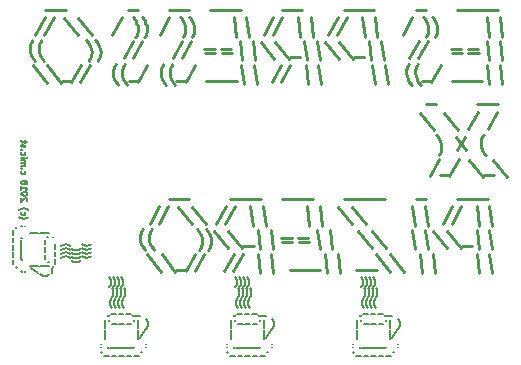
<source format=gbr>
G04 #@! TF.FileFunction,Legend,Bot*
%FSLAX46Y46*%
G04 Gerber Fmt 4.6, Leading zero omitted, Abs format (unit mm)*
G04 Created by KiCad (PCBNEW 4.0.7) date 10/27/18 14:09:12*
%MOMM*%
%LPD*%
G01*
G04 APERTURE LIST*
%ADD10C,0.100000*%
%ADD11C,0.127000*%
%ADD12C,0.285750*%
G04 APERTURE END LIST*
D10*
D11*
X130704167Y-135926281D02*
X130728357Y-135950471D01*
X130800929Y-135998852D01*
X130849310Y-136023043D01*
X130921881Y-136047233D01*
X131042833Y-136071424D01*
X131139595Y-136071424D01*
X131260548Y-136047233D01*
X131333119Y-136023043D01*
X131381500Y-135998852D01*
X131454071Y-135950471D01*
X131478262Y-135926281D01*
X130704167Y-135587614D02*
X130728357Y-135611804D01*
X130800929Y-135660185D01*
X130849310Y-135684376D01*
X130921881Y-135708566D01*
X131042833Y-135732757D01*
X131139595Y-135732757D01*
X131260548Y-135708566D01*
X131333119Y-135684376D01*
X131381500Y-135660185D01*
X131454071Y-135611804D01*
X131478262Y-135587614D01*
X130704167Y-135248947D02*
X130728357Y-135273137D01*
X130800929Y-135321518D01*
X130849310Y-135345709D01*
X130921881Y-135369899D01*
X131042833Y-135394090D01*
X131139595Y-135394090D01*
X131260548Y-135369899D01*
X131333119Y-135345709D01*
X131381500Y-135321518D01*
X131454071Y-135273137D01*
X131478262Y-135248947D01*
X130704167Y-134910280D02*
X130728357Y-134934470D01*
X130800929Y-134982851D01*
X130849310Y-135007042D01*
X130921881Y-135031232D01*
X131042833Y-135055423D01*
X131139595Y-135055423D01*
X131260548Y-135031232D01*
X131333119Y-135007042D01*
X131381500Y-134982851D01*
X131454071Y-134934470D01*
X131478262Y-134910280D01*
X129815167Y-136313329D02*
X129839357Y-136337519D01*
X129911929Y-136385900D01*
X129960310Y-136410091D01*
X130032881Y-136434281D01*
X130153833Y-136458472D01*
X130250595Y-136458472D01*
X130371548Y-136434281D01*
X130444119Y-136410091D01*
X130492500Y-136385900D01*
X130565071Y-136337519D01*
X130589262Y-136313329D01*
X129815167Y-135974662D02*
X129839357Y-135998852D01*
X129911929Y-136047233D01*
X129960310Y-136071424D01*
X130032881Y-136095614D01*
X130153833Y-136119805D01*
X130250595Y-136119805D01*
X130371548Y-136095614D01*
X130444119Y-136071424D01*
X130492500Y-136047233D01*
X130565071Y-135998852D01*
X130589262Y-135974662D01*
X129815167Y-135635995D02*
X129839357Y-135660185D01*
X129911929Y-135708566D01*
X129960310Y-135732757D01*
X130032881Y-135756947D01*
X130153833Y-135781138D01*
X130250595Y-135781138D01*
X130371548Y-135756947D01*
X130444119Y-135732757D01*
X130492500Y-135708566D01*
X130565071Y-135660185D01*
X130589262Y-135635995D01*
X129815167Y-135297328D02*
X129839357Y-135321518D01*
X129911929Y-135369899D01*
X129960310Y-135394090D01*
X130032881Y-135418280D01*
X130153833Y-135442471D01*
X130250595Y-135442471D01*
X130371548Y-135418280D01*
X130444119Y-135394090D01*
X130492500Y-135369899D01*
X130565071Y-135321518D01*
X130589262Y-135297328D01*
X128926167Y-136119805D02*
X128950357Y-136095614D01*
X129022929Y-136047233D01*
X129071310Y-136023043D01*
X129143881Y-135998852D01*
X129264833Y-135974662D01*
X129361595Y-135974662D01*
X129482548Y-135998852D01*
X129555119Y-136023043D01*
X129603500Y-136047233D01*
X129676071Y-136095614D01*
X129700262Y-136119805D01*
X128926167Y-135781138D02*
X128950357Y-135756947D01*
X129022929Y-135708566D01*
X129071310Y-135684376D01*
X129143881Y-135660185D01*
X129264833Y-135635995D01*
X129361595Y-135635995D01*
X129482548Y-135660185D01*
X129555119Y-135684376D01*
X129603500Y-135708566D01*
X129676071Y-135756947D01*
X129700262Y-135781138D01*
X128926167Y-135442471D02*
X128950357Y-135418280D01*
X129022929Y-135369899D01*
X129071310Y-135345709D01*
X129143881Y-135321518D01*
X129264833Y-135297328D01*
X129361595Y-135297328D01*
X129482548Y-135321518D01*
X129555119Y-135345709D01*
X129603500Y-135369899D01*
X129676071Y-135418280D01*
X129700262Y-135442471D01*
X128926167Y-135103804D02*
X128950357Y-135079613D01*
X129022929Y-135031232D01*
X129071310Y-135007042D01*
X129143881Y-134982851D01*
X129264833Y-134958661D01*
X129361595Y-134958661D01*
X129482548Y-134982851D01*
X129555119Y-135007042D01*
X129603500Y-135031232D01*
X129676071Y-135079613D01*
X129700262Y-135103804D01*
X128182310Y-137353520D02*
X128182310Y-136966472D01*
X128279071Y-136845520D02*
X128254881Y-136821329D01*
X128230690Y-136845520D01*
X128254881Y-136869710D01*
X128279071Y-136845520D01*
X128230690Y-136845520D01*
X128424214Y-136603615D02*
X128424214Y-136216567D01*
X128424214Y-135974663D02*
X128424214Y-135587615D01*
X128424214Y-135345711D02*
X128424214Y-134958663D01*
X128279071Y-134329711D02*
X128254881Y-134305520D01*
X128230690Y-134329711D01*
X128254881Y-134353901D01*
X128279071Y-134329711D01*
X128230690Y-134329711D01*
X127148167Y-137474473D02*
X127172357Y-137498663D01*
X127244929Y-137547044D01*
X127293310Y-137571235D01*
X127365881Y-137595425D01*
X127486833Y-137619616D01*
X127583595Y-137619616D01*
X127704548Y-137595425D01*
X127777119Y-137571235D01*
X127825500Y-137547044D01*
X127898071Y-137498663D01*
X127922262Y-137474473D01*
X127172357Y-136772948D02*
X127898071Y-136772948D01*
X127873881Y-136482662D02*
X127801310Y-136410091D01*
X127535214Y-136216567D02*
X127535214Y-135829519D01*
X127535214Y-135587615D02*
X127535214Y-135200567D01*
X127535214Y-134958663D02*
X127535214Y-134571615D01*
X127849690Y-134305520D02*
X127752929Y-134353901D01*
X127172357Y-133966853D02*
X127898071Y-133966853D01*
X127009071Y-137401901D02*
X126355929Y-136966472D01*
X126283357Y-136772948D02*
X127009071Y-136772948D01*
X126283357Y-133966850D02*
X127009071Y-133966850D01*
X125612071Y-137232568D02*
X125587881Y-137208377D01*
X125563690Y-137232568D01*
X125587881Y-137256758D01*
X125612071Y-137232568D01*
X125563690Y-137232568D01*
X125878167Y-137232568D02*
X125853976Y-137208377D01*
X125829786Y-137232568D01*
X125853976Y-137256758D01*
X125878167Y-137232568D01*
X125829786Y-137232568D01*
X125612071Y-136216567D02*
X125587881Y-136192376D01*
X125563690Y-136216567D01*
X125587881Y-136240757D01*
X125612071Y-136216567D01*
X125563690Y-136216567D01*
X125515310Y-136095614D02*
X125515310Y-135708566D01*
X125515310Y-135708566D02*
X125515310Y-135321518D01*
X125515310Y-135321518D02*
X125515310Y-134934470D01*
X125515310Y-134934470D02*
X125515310Y-134547422D01*
X125587881Y-134402279D02*
X125563690Y-134402279D01*
X125515310Y-134426470D01*
X125491119Y-134450660D01*
X125612071Y-133410469D02*
X125587881Y-133386278D01*
X125563690Y-133410469D01*
X125587881Y-133434659D01*
X125612071Y-133410469D01*
X125563690Y-133410469D01*
X125878167Y-133410469D02*
X125853976Y-133386278D01*
X125829786Y-133410469D01*
X125853976Y-133434659D01*
X125878167Y-133410469D01*
X125829786Y-133410469D01*
X125370167Y-132636373D02*
X125394357Y-132660563D01*
X125466929Y-132708944D01*
X125515310Y-132733135D01*
X125587881Y-132757325D01*
X125708833Y-132781516D01*
X125805595Y-132781516D01*
X125926548Y-132757325D01*
X125999119Y-132733135D01*
X126047500Y-132708944D01*
X126120071Y-132660563D01*
X126144262Y-132636373D01*
X125587881Y-132225134D02*
X125563690Y-132273515D01*
X125563690Y-132370277D01*
X125587881Y-132418658D01*
X125612071Y-132442849D01*
X125660452Y-132467039D01*
X125805595Y-132467039D01*
X125853976Y-132442849D01*
X125878167Y-132418658D01*
X125902357Y-132370277D01*
X125902357Y-132273515D01*
X125878167Y-132225134D01*
X125370167Y-132055801D02*
X125394357Y-132031610D01*
X125466929Y-131983229D01*
X125515310Y-131959039D01*
X125587881Y-131934848D01*
X125708833Y-131910658D01*
X125805595Y-131910658D01*
X125926548Y-131934848D01*
X125999119Y-131959039D01*
X126047500Y-131983229D01*
X126120071Y-132031610D01*
X126144262Y-132055801D01*
X126023310Y-131305895D02*
X126047500Y-131281705D01*
X126071690Y-131233324D01*
X126071690Y-131112371D01*
X126047500Y-131063990D01*
X126023310Y-131039800D01*
X125974929Y-131015609D01*
X125926548Y-131015609D01*
X125853976Y-131039800D01*
X125563690Y-131330086D01*
X125563690Y-131015609D01*
X126071690Y-130701133D02*
X126071690Y-130652752D01*
X126047500Y-130604371D01*
X126023310Y-130580180D01*
X125974929Y-130555990D01*
X125878167Y-130531799D01*
X125757214Y-130531799D01*
X125660452Y-130555990D01*
X125612071Y-130580180D01*
X125587881Y-130604371D01*
X125563690Y-130652752D01*
X125563690Y-130701133D01*
X125587881Y-130749514D01*
X125612071Y-130773704D01*
X125660452Y-130797895D01*
X125757214Y-130822085D01*
X125878167Y-130822085D01*
X125974929Y-130797895D01*
X126023310Y-130773704D01*
X126047500Y-130749514D01*
X126071690Y-130701133D01*
X125563690Y-130047989D02*
X125563690Y-130338275D01*
X125563690Y-130193132D02*
X126071690Y-130193132D01*
X125999119Y-130241513D01*
X125950738Y-130289894D01*
X125926548Y-130338275D01*
X125853976Y-129757703D02*
X125878167Y-129806084D01*
X125902357Y-129830275D01*
X125950738Y-129854465D01*
X125974929Y-129854465D01*
X126023310Y-129830275D01*
X126047500Y-129806084D01*
X126071690Y-129757703D01*
X126071690Y-129660941D01*
X126047500Y-129612560D01*
X126023310Y-129588370D01*
X125974929Y-129564179D01*
X125950738Y-129564179D01*
X125902357Y-129588370D01*
X125878167Y-129612560D01*
X125853976Y-129660941D01*
X125853976Y-129757703D01*
X125829786Y-129806084D01*
X125805595Y-129830275D01*
X125757214Y-129854465D01*
X125660452Y-129854465D01*
X125612071Y-129830275D01*
X125587881Y-129806084D01*
X125563690Y-129757703D01*
X125563690Y-129660941D01*
X125587881Y-129612560D01*
X125612071Y-129588370D01*
X125660452Y-129564179D01*
X125757214Y-129564179D01*
X125805595Y-129588370D01*
X125829786Y-129612560D01*
X125853976Y-129660941D01*
X125587881Y-128741702D02*
X125563690Y-128790083D01*
X125563690Y-128886845D01*
X125587881Y-128935226D01*
X125612071Y-128959417D01*
X125660452Y-128983607D01*
X125805595Y-128983607D01*
X125853976Y-128959417D01*
X125878167Y-128935226D01*
X125902357Y-128886845D01*
X125902357Y-128790083D01*
X125878167Y-128741702D01*
X125612071Y-128523988D02*
X125587881Y-128499797D01*
X125563690Y-128523988D01*
X125587881Y-128548178D01*
X125612071Y-128523988D01*
X125563690Y-128523988D01*
X125563690Y-128282083D02*
X125902357Y-128282083D01*
X125853976Y-128282083D02*
X125878167Y-128257892D01*
X125902357Y-128209511D01*
X125902357Y-128136940D01*
X125878167Y-128088559D01*
X125829786Y-128064368D01*
X125563690Y-128064368D01*
X125829786Y-128064368D02*
X125878167Y-128040178D01*
X125902357Y-127991797D01*
X125902357Y-127919225D01*
X125878167Y-127870845D01*
X125829786Y-127846654D01*
X125563690Y-127846654D01*
X125563690Y-127604750D02*
X125902357Y-127604750D01*
X126071690Y-127604750D02*
X126047500Y-127628940D01*
X126023310Y-127604750D01*
X126047500Y-127580559D01*
X126071690Y-127604750D01*
X126023310Y-127604750D01*
X125587881Y-127145130D02*
X125563690Y-127193511D01*
X125563690Y-127290273D01*
X125587881Y-127338654D01*
X125612071Y-127362845D01*
X125660452Y-127387035D01*
X125805595Y-127387035D01*
X125853976Y-127362845D01*
X125878167Y-127338654D01*
X125902357Y-127290273D01*
X125902357Y-127193511D01*
X125878167Y-127145130D01*
X125612071Y-126927416D02*
X125587881Y-126903225D01*
X125563690Y-126927416D01*
X125587881Y-126951606D01*
X125612071Y-126927416D01*
X125563690Y-126927416D01*
X125587881Y-126709701D02*
X125563690Y-126661320D01*
X125563690Y-126564558D01*
X125587881Y-126516177D01*
X125636262Y-126491987D01*
X125660452Y-126491987D01*
X125708833Y-126516177D01*
X125733024Y-126564558D01*
X125733024Y-126637130D01*
X125757214Y-126685511D01*
X125805595Y-126709701D01*
X125829786Y-126709701D01*
X125878167Y-126685511D01*
X125902357Y-126637130D01*
X125902357Y-126564558D01*
X125878167Y-126516177D01*
X125902357Y-126346844D02*
X125902357Y-126153320D01*
X126071690Y-126274273D02*
X125636262Y-126274273D01*
X125587881Y-126250082D01*
X125563690Y-126201701D01*
X125563690Y-126153320D01*
X125206881Y-136918091D02*
X125134310Y-136845520D01*
X124868214Y-136651996D02*
X124868214Y-136264948D01*
X124868214Y-136023044D02*
X124868214Y-135635996D01*
X124868214Y-135394092D02*
X124868214Y-135007044D01*
X124868214Y-134765140D02*
X124868214Y-134378092D01*
X124868214Y-134136188D02*
X124868214Y-133749140D01*
X125182690Y-133483045D02*
X125085929Y-133531426D01*
D12*
X165905090Y-115100554D02*
X165034233Y-115100554D01*
X165034233Y-115100554D02*
X164163376Y-115100554D01*
X164163376Y-115100554D02*
X163292519Y-115100554D01*
X163292519Y-115100554D02*
X162421662Y-115100554D01*
X159809091Y-115100554D02*
X158938234Y-115100554D01*
X155454806Y-115100554D02*
X154583949Y-115100554D01*
X154583949Y-115100554D02*
X153713092Y-115100554D01*
X153713092Y-115100554D02*
X152842235Y-115100554D01*
X149358807Y-115100554D02*
X148487950Y-115100554D01*
X148487950Y-115100554D02*
X147617093Y-115100554D01*
X144133665Y-115100554D02*
X143262808Y-115100554D01*
X143262808Y-115100554D02*
X142391951Y-115100554D01*
X142391951Y-115100554D02*
X141521094Y-115100554D01*
X139779380Y-115100554D02*
X138908523Y-115100554D01*
X138908523Y-115100554D02*
X138037666Y-115100554D01*
X135425095Y-115100554D02*
X134554238Y-115100554D01*
X129329096Y-115100554D02*
X128458239Y-115100554D01*
X128458239Y-115100554D02*
X127587382Y-115100554D01*
X166265678Y-117372946D02*
X166061571Y-115740089D01*
X165177107Y-117372946D02*
X164973000Y-115740089D01*
X160557484Y-117427375D02*
X160605108Y-117372946D01*
X160693555Y-117209661D01*
X160734377Y-117100804D01*
X160768395Y-116937518D01*
X160788805Y-116665375D01*
X160761591Y-116447661D01*
X160673145Y-116175518D01*
X160598305Y-116012232D01*
X160530269Y-115903375D01*
X160401001Y-115740089D01*
X160339770Y-115685661D01*
X159795484Y-117427375D02*
X159843108Y-117372946D01*
X159931555Y-117209661D01*
X159972377Y-117100804D01*
X160006395Y-116937518D01*
X160026805Y-116665375D01*
X159999591Y-116447661D01*
X159911145Y-116175518D01*
X159836305Y-116012232D01*
X159768269Y-115903375D01*
X159639001Y-115740089D01*
X159577770Y-115685661D01*
X158659287Y-115740089D02*
X157863270Y-117209661D01*
X155706537Y-117372946D02*
X155502430Y-115740089D01*
X154617966Y-117372946D02*
X154413859Y-115740089D01*
X153107574Y-115740089D02*
X152311557Y-117209661D01*
X152345574Y-115740089D02*
X151549557Y-117209661D01*
X150263681Y-117372946D02*
X150059574Y-115740089D01*
X149175110Y-117372946D02*
X148971003Y-115740089D01*
X147664718Y-115740089D02*
X146868701Y-117209661D01*
X146902718Y-115740089D02*
X146106701Y-117209661D01*
X144820825Y-117372946D02*
X144616718Y-115740089D01*
X143732254Y-117372946D02*
X143528147Y-115740089D01*
X139983488Y-117427375D02*
X140031112Y-117372946D01*
X140119559Y-117209661D01*
X140160381Y-117100804D01*
X140194399Y-116937518D01*
X140214809Y-116665375D01*
X140187595Y-116447661D01*
X140099149Y-116175518D01*
X140024309Y-116012232D01*
X139956273Y-115903375D01*
X139827005Y-115740089D01*
X139765774Y-115685661D01*
X139221488Y-117427375D02*
X139269112Y-117372946D01*
X139357559Y-117209661D01*
X139398381Y-117100804D01*
X139432399Y-116937518D01*
X139452809Y-116665375D01*
X139425595Y-116447661D01*
X139337149Y-116175518D01*
X139262309Y-116012232D01*
X139194273Y-115903375D01*
X139065005Y-115740089D01*
X139003774Y-115685661D01*
X138085291Y-115740089D02*
X137289274Y-117209661D01*
X135955774Y-117427375D02*
X136003398Y-117372946D01*
X136091845Y-117209661D01*
X136132667Y-117100804D01*
X136166685Y-116937518D01*
X136187095Y-116665375D01*
X136159881Y-116447661D01*
X136071435Y-116175518D01*
X135996595Y-116012232D01*
X135928559Y-115903375D01*
X135799291Y-115740089D01*
X135738060Y-115685661D01*
X135193774Y-117427375D02*
X135241398Y-117372946D01*
X135329845Y-117209661D01*
X135370667Y-117100804D01*
X135404685Y-116937518D01*
X135425095Y-116665375D01*
X135397881Y-116447661D01*
X135309435Y-116175518D01*
X135234595Y-116012232D01*
X135166559Y-115903375D01*
X135037291Y-115740089D01*
X134976060Y-115685661D01*
X134057577Y-115740089D02*
X133261560Y-117209661D01*
X130363239Y-115794518D02*
X131526649Y-117264089D01*
X129165810Y-115794518D02*
X130329220Y-117264089D01*
X128288148Y-115740089D02*
X127492131Y-117209661D01*
X127526148Y-115740089D02*
X126730131Y-117209661D01*
X166265678Y-119373196D02*
X166061571Y-117740339D01*
X165177107Y-119373196D02*
X164973000Y-117740339D01*
X164238215Y-118393482D02*
X163367358Y-118393482D01*
X163408180Y-118720054D02*
X164279037Y-118720054D01*
X162823072Y-118393482D02*
X161952215Y-118393482D01*
X161993037Y-118720054D02*
X162863894Y-118720054D01*
X159965572Y-117740339D02*
X159169555Y-119209911D01*
X159203572Y-117740339D02*
X158407555Y-119209911D01*
X156250822Y-119373196D02*
X156046715Y-117740339D01*
X155162251Y-119373196D02*
X154958144Y-117740339D01*
X154583949Y-119101054D02*
X153713092Y-119101054D01*
X152461235Y-117794768D02*
X153624645Y-119264339D01*
X151263806Y-117794768D02*
X152427216Y-119264339D01*
X150807965Y-119373196D02*
X150603858Y-117740339D01*
X149719394Y-119373196D02*
X149515287Y-117740339D01*
X149141092Y-119101054D02*
X148270235Y-119101054D01*
X147018378Y-117794768D02*
X148181788Y-119264339D01*
X145820949Y-117794768D02*
X146984359Y-119264339D01*
X145365108Y-119373196D02*
X145161001Y-117740339D01*
X144276537Y-119373196D02*
X144072430Y-117740339D01*
X143337645Y-118393482D02*
X142466788Y-118393482D01*
X142507610Y-118720054D02*
X143378467Y-118720054D01*
X141922502Y-118393482D02*
X141051645Y-118393482D01*
X141092467Y-118720054D02*
X141963324Y-118720054D01*
X139935859Y-117740339D02*
X139139842Y-119209911D01*
X139173859Y-117740339D02*
X138377842Y-119209911D01*
X135799288Y-117740339D02*
X135003271Y-119209911D01*
X135037288Y-117740339D02*
X134241271Y-119209911D01*
X132036914Y-119427625D02*
X132084538Y-119373196D01*
X132172985Y-119209911D01*
X132213807Y-119101054D01*
X132247825Y-118937768D01*
X132268235Y-118665625D01*
X132241021Y-118447911D01*
X132152575Y-118175768D01*
X132077735Y-118012482D01*
X132009699Y-117903625D01*
X131880431Y-117740339D01*
X131819200Y-117685911D01*
X131274914Y-119427625D02*
X131322538Y-119373196D01*
X131410985Y-119209911D01*
X131451807Y-119101054D01*
X131485825Y-118937768D01*
X131506235Y-118665625D01*
X131479021Y-118447911D01*
X131390575Y-118175768D01*
X131315735Y-118012482D01*
X131247699Y-117903625D01*
X131118431Y-117740339D01*
X131057200Y-117685911D01*
X127464914Y-119427625D02*
X127403682Y-119373196D01*
X127274415Y-119209911D01*
X127206379Y-119101054D01*
X127131539Y-118937768D01*
X127043093Y-118665625D01*
X127015879Y-118447911D01*
X127036289Y-118175768D01*
X127070307Y-118012482D01*
X127111129Y-117903625D01*
X127199575Y-117740339D01*
X127247200Y-117685911D01*
X126702914Y-119427625D02*
X126641682Y-119373196D01*
X126512415Y-119209911D01*
X126444379Y-119101054D01*
X126369539Y-118937768D01*
X126281093Y-118665625D01*
X126253879Y-118447911D01*
X126274289Y-118175768D01*
X126308307Y-118012482D01*
X126349129Y-117903625D01*
X126437575Y-117740339D01*
X126485200Y-117685911D01*
X166265678Y-121373446D02*
X166061571Y-119740589D01*
X165177107Y-121373446D02*
X164973000Y-119740589D01*
X164598805Y-121101304D02*
X163727948Y-121101304D01*
X163727948Y-121101304D02*
X162857091Y-121101304D01*
X162857091Y-121101304D02*
X161986234Y-121101304D01*
X161054144Y-119740589D02*
X160258127Y-121210161D01*
X160353377Y-121101304D02*
X159482520Y-121101304D01*
X159360055Y-121427875D02*
X159298823Y-121373446D01*
X159169556Y-121210161D01*
X159101520Y-121101304D01*
X159026680Y-120938018D01*
X158938234Y-120665875D01*
X158911020Y-120448161D01*
X158931430Y-120176018D01*
X158965448Y-120012732D01*
X159006270Y-119903875D01*
X159094716Y-119740589D01*
X159142341Y-119686161D01*
X158598055Y-121427875D02*
X158536823Y-121373446D01*
X158407556Y-121210161D01*
X158339520Y-121101304D01*
X158264680Y-120938018D01*
X158176234Y-120665875D01*
X158149020Y-120448161D01*
X158169430Y-120176018D01*
X158203448Y-120012732D01*
X158244270Y-119903875D01*
X158332716Y-119740589D01*
X158380341Y-119686161D01*
X156577394Y-121373446D02*
X156373287Y-119740589D01*
X155488823Y-121373446D02*
X155284716Y-119740589D01*
X150916824Y-121373446D02*
X150712717Y-119740589D01*
X149828253Y-121373446D02*
X149624146Y-119740589D01*
X148317861Y-119740589D02*
X147521844Y-121210161D01*
X147555861Y-119740589D02*
X146759844Y-121210161D01*
X145473968Y-121373446D02*
X145269861Y-119740589D01*
X144385397Y-121373446D02*
X144181290Y-119740589D01*
X143807095Y-121101304D02*
X142936238Y-121101304D01*
X142936238Y-121101304D02*
X142065381Y-121101304D01*
X142065381Y-121101304D02*
X141194524Y-121101304D01*
X140262434Y-119740589D02*
X139466417Y-121210161D01*
X139561667Y-121101304D02*
X138690810Y-121101304D01*
X138568345Y-121427875D02*
X138507113Y-121373446D01*
X138377846Y-121210161D01*
X138309810Y-121101304D01*
X138234970Y-120938018D01*
X138146524Y-120665875D01*
X138119310Y-120448161D01*
X138139720Y-120176018D01*
X138173738Y-120012732D01*
X138214560Y-119903875D01*
X138303006Y-119740589D01*
X138350631Y-119686161D01*
X137806345Y-121427875D02*
X137745113Y-121373446D01*
X137615846Y-121210161D01*
X137547810Y-121101304D01*
X137472970Y-120938018D01*
X137384524Y-120665875D01*
X137357310Y-120448161D01*
X137377720Y-120176018D01*
X137411738Y-120012732D01*
X137452560Y-119903875D01*
X137541006Y-119740589D01*
X137588631Y-119686161D01*
X136234720Y-119740589D02*
X135438703Y-121210161D01*
X135533953Y-121101304D02*
X134663096Y-121101304D01*
X134540631Y-121427875D02*
X134479399Y-121373446D01*
X134350132Y-121210161D01*
X134282096Y-121101304D01*
X134207256Y-120938018D01*
X134118810Y-120665875D01*
X134091596Y-120448161D01*
X134112006Y-120176018D01*
X134146024Y-120012732D01*
X134186846Y-119903875D01*
X134275292Y-119740589D01*
X134322917Y-119686161D01*
X133778631Y-121427875D02*
X133717399Y-121373446D01*
X133588132Y-121210161D01*
X133520096Y-121101304D01*
X133445256Y-120938018D01*
X133356810Y-120665875D01*
X133329596Y-120448161D01*
X133350006Y-120176018D01*
X133384024Y-120012732D01*
X133424846Y-119903875D01*
X133513292Y-119740589D01*
X133560917Y-119686161D01*
X131336149Y-119740589D02*
X130540132Y-121210161D01*
X130574149Y-119740589D02*
X129778132Y-121210161D01*
X129873382Y-121101304D02*
X129002525Y-121101304D01*
X127750668Y-119795018D02*
X128914078Y-121264589D01*
X126553239Y-119795018D02*
X127716649Y-121264589D01*
X165905090Y-123101554D02*
X165034233Y-123101554D01*
X165034233Y-123101554D02*
X164163376Y-123101554D01*
X160679948Y-123101554D02*
X159809091Y-123101554D01*
X165843857Y-123741089D02*
X165047840Y-125210661D01*
X164211000Y-123741089D02*
X163414983Y-125210661D01*
X161387519Y-123795518D02*
X162550929Y-125265089D01*
X159319233Y-123795518D02*
X160482643Y-125265089D01*
X164911768Y-127428625D02*
X164850536Y-127374196D01*
X164721269Y-127210911D01*
X164653233Y-127102054D01*
X164578393Y-126938768D01*
X164489947Y-126666625D01*
X164462733Y-126448911D01*
X164483143Y-126176768D01*
X164517161Y-126013482D01*
X164557983Y-125904625D01*
X164646429Y-125741339D01*
X164694054Y-125686911D01*
X163081607Y-125850196D02*
X162462482Y-126993196D01*
X162319607Y-125850196D02*
X163224482Y-126993196D01*
X160884055Y-127428625D02*
X160931679Y-127374196D01*
X161020126Y-127210911D01*
X161060948Y-127102054D01*
X161094966Y-126938768D01*
X161115376Y-126666625D01*
X161088162Y-126448911D01*
X160999716Y-126176768D01*
X160924876Y-126013482D01*
X160856840Y-125904625D01*
X160727572Y-125741339D01*
X160666341Y-125686911D01*
X165524090Y-127796018D02*
X166687500Y-129265589D01*
X165578518Y-129102304D02*
X164707661Y-129102304D01*
X163455804Y-127796018D02*
X164619214Y-129265589D01*
X162578142Y-127741589D02*
X161782125Y-129211161D01*
X161877375Y-129102304D02*
X161006518Y-129102304D01*
X160945285Y-127741589D02*
X160149268Y-129211161D01*
X165034233Y-131102554D02*
X164163376Y-131102554D01*
X164163376Y-131102554D02*
X163292519Y-131102554D01*
X163292519Y-131102554D02*
X162421662Y-131102554D01*
X159809091Y-131102554D02*
X158938234Y-131102554D01*
X156325663Y-131102554D02*
X155454806Y-131102554D01*
X155454806Y-131102554D02*
X154583949Y-131102554D01*
X154583949Y-131102554D02*
X153713092Y-131102554D01*
X153713092Y-131102554D02*
X152842235Y-131102554D01*
X150229664Y-131102554D02*
X149358807Y-131102554D01*
X149358807Y-131102554D02*
X148487950Y-131102554D01*
X148487950Y-131102554D02*
X147617093Y-131102554D01*
X145875379Y-131102554D02*
X145004522Y-131102554D01*
X145004522Y-131102554D02*
X144133665Y-131102554D01*
X144133665Y-131102554D02*
X143262808Y-131102554D01*
X139779380Y-131102554D02*
X138908523Y-131102554D01*
X138908523Y-131102554D02*
X138037666Y-131102554D01*
X165394821Y-133374946D02*
X165190714Y-131742089D01*
X164306250Y-133374946D02*
X164102143Y-131742089D01*
X162795858Y-131742089D02*
X161999841Y-133211661D01*
X162033858Y-131742089D02*
X161237841Y-133211661D01*
X159951965Y-133374946D02*
X159747858Y-131742089D01*
X158863394Y-133374946D02*
X158659287Y-131742089D01*
X153549807Y-131796518D02*
X154713217Y-133266089D01*
X152352378Y-131796518D02*
X153515788Y-133266089D01*
X151025680Y-133374946D02*
X150821573Y-131742089D01*
X149937109Y-133374946D02*
X149733002Y-131742089D01*
X146235967Y-133374946D02*
X146031860Y-131742089D01*
X145147396Y-133374946D02*
X144943289Y-131742089D01*
X143637004Y-131742089D02*
X142840987Y-133211661D01*
X142875004Y-131742089D02*
X142078987Y-133211661D01*
X140051523Y-131796518D02*
X141214933Y-133266089D01*
X138854094Y-131796518D02*
X140017504Y-133266089D01*
X137976432Y-131742089D02*
X137180415Y-133211661D01*
X137214432Y-131742089D02*
X136418415Y-133211661D01*
X165394821Y-135375196D02*
X165190714Y-133742339D01*
X164306250Y-135375196D02*
X164102143Y-133742339D01*
X163727948Y-135103054D02*
X162857091Y-135103054D01*
X161605234Y-133796768D02*
X162768644Y-135266339D01*
X160407805Y-133796768D02*
X161571215Y-135266339D01*
X159951964Y-135375196D02*
X159747857Y-133742339D01*
X158863393Y-135375196D02*
X158659286Y-133742339D01*
X155291520Y-133796768D02*
X156454930Y-135266339D01*
X154094091Y-133796768D02*
X155257501Y-135266339D01*
X151896536Y-135375196D02*
X151692429Y-133742339D01*
X150807965Y-135375196D02*
X150603858Y-133742339D01*
X149869073Y-134395482D02*
X148998216Y-134395482D01*
X149039038Y-134722054D02*
X149909895Y-134722054D01*
X148453930Y-134395482D02*
X147583073Y-134395482D01*
X147623895Y-134722054D02*
X148494752Y-134722054D01*
X146889108Y-135375196D02*
X146685001Y-133742339D01*
X145800537Y-135375196D02*
X145596430Y-133742339D01*
X145222235Y-135103054D02*
X144351378Y-135103054D01*
X143099521Y-133796768D02*
X144262931Y-135266339D01*
X141902092Y-133796768D02*
X143065502Y-135266339D01*
X141398627Y-135429625D02*
X141446251Y-135375196D01*
X141534698Y-135211911D01*
X141575520Y-135103054D01*
X141609538Y-134939768D01*
X141629948Y-134667625D01*
X141602734Y-134449911D01*
X141514288Y-134177768D01*
X141439448Y-134014482D01*
X141371412Y-133905625D01*
X141242144Y-133742339D01*
X141180913Y-133687911D01*
X140636627Y-135429625D02*
X140684251Y-135375196D01*
X140772698Y-135211911D01*
X140813520Y-135103054D01*
X140847538Y-134939768D01*
X140867948Y-134667625D01*
X140840734Y-134449911D01*
X140752288Y-134177768D01*
X140677448Y-134014482D01*
X140609412Y-133905625D01*
X140480144Y-133742339D01*
X140418913Y-133687911D01*
X136826627Y-135429625D02*
X136765395Y-135375196D01*
X136636128Y-135211911D01*
X136568092Y-135103054D01*
X136493252Y-134939768D01*
X136404806Y-134667625D01*
X136377592Y-134449911D01*
X136398002Y-134177768D01*
X136432020Y-134014482D01*
X136472842Y-133905625D01*
X136561288Y-133742339D01*
X136608913Y-133687911D01*
X136064627Y-135429625D02*
X136003395Y-135375196D01*
X135874128Y-135211911D01*
X135806092Y-135103054D01*
X135731252Y-134939768D01*
X135642806Y-134667625D01*
X135615592Y-134449911D01*
X135636002Y-134177768D01*
X135670020Y-134014482D01*
X135710842Y-133905625D01*
X135799288Y-133742339D01*
X135846913Y-133687911D01*
X165394821Y-137375446D02*
X165190714Y-135742589D01*
X164306250Y-137375446D02*
X164102143Y-135742589D01*
X160605108Y-137375446D02*
X160401001Y-135742589D01*
X159516537Y-137375446D02*
X159312430Y-135742589D01*
X156815521Y-135797018D02*
X157978931Y-137266589D01*
X155618092Y-135797018D02*
X156781502Y-137266589D01*
X155672520Y-137103304D02*
X154801663Y-137103304D01*
X154801663Y-137103304D02*
X153930806Y-137103304D01*
X152549680Y-137375446D02*
X152345573Y-135742589D01*
X151461109Y-137375446D02*
X151257002Y-135742589D01*
X150882807Y-137103304D02*
X150011950Y-137103304D01*
X150011950Y-137103304D02*
X149141093Y-137103304D01*
X149141093Y-137103304D02*
X148270236Y-137103304D01*
X146889110Y-137375446D02*
X146685003Y-135742589D01*
X145800539Y-137375446D02*
X145596432Y-135742589D01*
X144290147Y-135742589D02*
X143494130Y-137212161D01*
X143528147Y-135742589D02*
X142732130Y-137212161D01*
X141024433Y-135742589D02*
X140228416Y-137212161D01*
X140262433Y-135742589D02*
X139466416Y-137212161D01*
X139561666Y-137103304D02*
X138690809Y-137103304D01*
X137438952Y-135797018D02*
X138602362Y-137266589D01*
X136241523Y-135797018D02*
X137404933Y-137266589D01*
D11*
X155375427Y-138535833D02*
X155399617Y-138511643D01*
X155447998Y-138439071D01*
X155472189Y-138390690D01*
X155496379Y-138318119D01*
X155520570Y-138197167D01*
X155520570Y-138100405D01*
X155496379Y-137979452D01*
X155472189Y-137906881D01*
X155447998Y-137858500D01*
X155399617Y-137785929D01*
X155375427Y-137761738D01*
X155036760Y-138535833D02*
X155060950Y-138511643D01*
X155109331Y-138439071D01*
X155133522Y-138390690D01*
X155157712Y-138318119D01*
X155181903Y-138197167D01*
X155181903Y-138100405D01*
X155157712Y-137979452D01*
X155133522Y-137906881D01*
X155109331Y-137858500D01*
X155060950Y-137785929D01*
X155036760Y-137761738D01*
X154698093Y-138535833D02*
X154722283Y-138511643D01*
X154770664Y-138439071D01*
X154794855Y-138390690D01*
X154819045Y-138318119D01*
X154843236Y-138197167D01*
X154843236Y-138100405D01*
X154819045Y-137979452D01*
X154794855Y-137906881D01*
X154770664Y-137858500D01*
X154722283Y-137785929D01*
X154698093Y-137761738D01*
X154359426Y-138535833D02*
X154383616Y-138511643D01*
X154431997Y-138439071D01*
X154456188Y-138390690D01*
X154480378Y-138318119D01*
X154504569Y-138197167D01*
X154504569Y-138100405D01*
X154480378Y-137979452D01*
X154456188Y-137906881D01*
X154431997Y-137858500D01*
X154383616Y-137785929D01*
X154359426Y-137761738D01*
X155568951Y-139424833D02*
X155593141Y-139400643D01*
X155641522Y-139328071D01*
X155665713Y-139279690D01*
X155689903Y-139207119D01*
X155714094Y-139086167D01*
X155714094Y-138989405D01*
X155689903Y-138868452D01*
X155665713Y-138795881D01*
X155641522Y-138747500D01*
X155593141Y-138674929D01*
X155568951Y-138650738D01*
X155230284Y-139424833D02*
X155254474Y-139400643D01*
X155302855Y-139328071D01*
X155327046Y-139279690D01*
X155351236Y-139207119D01*
X155375427Y-139086167D01*
X155375427Y-138989405D01*
X155351236Y-138868452D01*
X155327046Y-138795881D01*
X155302855Y-138747500D01*
X155254474Y-138674929D01*
X155230284Y-138650738D01*
X154891617Y-139424833D02*
X154915807Y-139400643D01*
X154964188Y-139328071D01*
X154988379Y-139279690D01*
X155012569Y-139207119D01*
X155036760Y-139086167D01*
X155036760Y-138989405D01*
X155012569Y-138868452D01*
X154988379Y-138795881D01*
X154964188Y-138747500D01*
X154915807Y-138674929D01*
X154891617Y-138650738D01*
X154552950Y-139424833D02*
X154577140Y-139400643D01*
X154625521Y-139328071D01*
X154649712Y-139279690D01*
X154673902Y-139207119D01*
X154698093Y-139086167D01*
X154698093Y-138989405D01*
X154673902Y-138868452D01*
X154649712Y-138795881D01*
X154625521Y-138747500D01*
X154577140Y-138674929D01*
X154552950Y-138650738D01*
X155568951Y-140313833D02*
X155544760Y-140289643D01*
X155496379Y-140217071D01*
X155472189Y-140168690D01*
X155447998Y-140096119D01*
X155423808Y-139975167D01*
X155423808Y-139878405D01*
X155447998Y-139757452D01*
X155472189Y-139684881D01*
X155496379Y-139636500D01*
X155544760Y-139563929D01*
X155568951Y-139539738D01*
X155230284Y-140313833D02*
X155206093Y-140289643D01*
X155157712Y-140217071D01*
X155133522Y-140168690D01*
X155109331Y-140096119D01*
X155085141Y-139975167D01*
X155085141Y-139878405D01*
X155109331Y-139757452D01*
X155133522Y-139684881D01*
X155157712Y-139636500D01*
X155206093Y-139563929D01*
X155230284Y-139539738D01*
X154891617Y-140313833D02*
X154867426Y-140289643D01*
X154819045Y-140217071D01*
X154794855Y-140168690D01*
X154770664Y-140096119D01*
X154746474Y-139975167D01*
X154746474Y-139878405D01*
X154770664Y-139757452D01*
X154794855Y-139684881D01*
X154819045Y-139636500D01*
X154867426Y-139563929D01*
X154891617Y-139539738D01*
X154552950Y-140313833D02*
X154528759Y-140289643D01*
X154480378Y-140217071D01*
X154456188Y-140168690D01*
X154431997Y-140096119D01*
X154407807Y-139975167D01*
X154407807Y-139878405D01*
X154431997Y-139757452D01*
X154456188Y-139684881D01*
X154480378Y-139636500D01*
X154528759Y-139563929D01*
X154552950Y-139539738D01*
X156923617Y-141057690D02*
X156536569Y-141057690D01*
X156415617Y-140960929D02*
X156391426Y-140985119D01*
X156415617Y-141009310D01*
X156439807Y-140985119D01*
X156415617Y-140960929D01*
X156415617Y-141009310D01*
X156173712Y-140815786D02*
X155786664Y-140815786D01*
X155544760Y-140815786D02*
X155157712Y-140815786D01*
X154915808Y-140815786D02*
X154528760Y-140815786D01*
X154286856Y-140960929D02*
X154262665Y-140985119D01*
X154286856Y-141009310D01*
X154311046Y-140985119D01*
X154286856Y-140960929D01*
X154286856Y-141009310D01*
X157479999Y-142091833D02*
X157504189Y-142067643D01*
X157552570Y-141995071D01*
X157576761Y-141946690D01*
X157600951Y-141874119D01*
X157625142Y-141753167D01*
X157625142Y-141656405D01*
X157600951Y-141535452D01*
X157576761Y-141462881D01*
X157552570Y-141414500D01*
X157504189Y-141341929D01*
X157479999Y-141317738D01*
X156778474Y-142067643D02*
X156778474Y-141341929D01*
X156488188Y-141366119D02*
X156415617Y-141438690D01*
X156222093Y-141704786D02*
X155835045Y-141704786D01*
X155593141Y-141704786D02*
X155206093Y-141704786D01*
X154964189Y-141704786D02*
X154577141Y-141704786D01*
X154311046Y-141390310D02*
X154359427Y-141487071D01*
X153972379Y-142067643D02*
X153972379Y-141341929D01*
X157407428Y-142230929D02*
X156971999Y-142884071D01*
X156778475Y-142956643D02*
X156778475Y-142230929D01*
X153972377Y-142956643D02*
X153972377Y-142230929D01*
X157455810Y-143627929D02*
X157431619Y-143652119D01*
X157455810Y-143676310D01*
X157480000Y-143652119D01*
X157455810Y-143627929D01*
X157455810Y-143676310D01*
X157455810Y-143361833D02*
X157431619Y-143386024D01*
X157455810Y-143410214D01*
X157480000Y-143386024D01*
X157455810Y-143361833D01*
X157455810Y-143410214D01*
X156439809Y-143627929D02*
X156415618Y-143652119D01*
X156439809Y-143676310D01*
X156463999Y-143652119D01*
X156439809Y-143627929D01*
X156439809Y-143676310D01*
X156318856Y-143724690D02*
X155931808Y-143724690D01*
X155931808Y-143724690D02*
X155544760Y-143724690D01*
X155544760Y-143724690D02*
X155157712Y-143724690D01*
X155157712Y-143724690D02*
X154770664Y-143724690D01*
X154770664Y-143724690D02*
X154383616Y-143724690D01*
X154238473Y-143652119D02*
X154238473Y-143676310D01*
X154262664Y-143724690D01*
X154286854Y-143748881D01*
X153633711Y-143627929D02*
X153609520Y-143652119D01*
X153633711Y-143676310D01*
X153657901Y-143652119D01*
X153633711Y-143627929D01*
X153633711Y-143676310D01*
X153633711Y-143361833D02*
X153609520Y-143386024D01*
X153633711Y-143410214D01*
X153657901Y-143386024D01*
X153633711Y-143361833D01*
X153633711Y-143410214D01*
X157092949Y-144033119D02*
X157020378Y-144105690D01*
X156826854Y-144371786D02*
X156439806Y-144371786D01*
X156197902Y-144371786D02*
X155810854Y-144371786D01*
X155568950Y-144371786D02*
X155181902Y-144371786D01*
X154939998Y-144371786D02*
X154552950Y-144371786D01*
X154311046Y-144371786D02*
X153923998Y-144371786D01*
X153657903Y-144057310D02*
X153706284Y-144154071D01*
X144707427Y-138535833D02*
X144731617Y-138511643D01*
X144779998Y-138439071D01*
X144804189Y-138390690D01*
X144828379Y-138318119D01*
X144852570Y-138197167D01*
X144852570Y-138100405D01*
X144828379Y-137979452D01*
X144804189Y-137906881D01*
X144779998Y-137858500D01*
X144731617Y-137785929D01*
X144707427Y-137761738D01*
X144368760Y-138535833D02*
X144392950Y-138511643D01*
X144441331Y-138439071D01*
X144465522Y-138390690D01*
X144489712Y-138318119D01*
X144513903Y-138197167D01*
X144513903Y-138100405D01*
X144489712Y-137979452D01*
X144465522Y-137906881D01*
X144441331Y-137858500D01*
X144392950Y-137785929D01*
X144368760Y-137761738D01*
X144030093Y-138535833D02*
X144054283Y-138511643D01*
X144102664Y-138439071D01*
X144126855Y-138390690D01*
X144151045Y-138318119D01*
X144175236Y-138197167D01*
X144175236Y-138100405D01*
X144151045Y-137979452D01*
X144126855Y-137906881D01*
X144102664Y-137858500D01*
X144054283Y-137785929D01*
X144030093Y-137761738D01*
X143691426Y-138535833D02*
X143715616Y-138511643D01*
X143763997Y-138439071D01*
X143788188Y-138390690D01*
X143812378Y-138318119D01*
X143836569Y-138197167D01*
X143836569Y-138100405D01*
X143812378Y-137979452D01*
X143788188Y-137906881D01*
X143763997Y-137858500D01*
X143715616Y-137785929D01*
X143691426Y-137761738D01*
X144900951Y-139424833D02*
X144925141Y-139400643D01*
X144973522Y-139328071D01*
X144997713Y-139279690D01*
X145021903Y-139207119D01*
X145046094Y-139086167D01*
X145046094Y-138989405D01*
X145021903Y-138868452D01*
X144997713Y-138795881D01*
X144973522Y-138747500D01*
X144925141Y-138674929D01*
X144900951Y-138650738D01*
X144562284Y-139424833D02*
X144586474Y-139400643D01*
X144634855Y-139328071D01*
X144659046Y-139279690D01*
X144683236Y-139207119D01*
X144707427Y-139086167D01*
X144707427Y-138989405D01*
X144683236Y-138868452D01*
X144659046Y-138795881D01*
X144634855Y-138747500D01*
X144586474Y-138674929D01*
X144562284Y-138650738D01*
X144223617Y-139424833D02*
X144247807Y-139400643D01*
X144296188Y-139328071D01*
X144320379Y-139279690D01*
X144344569Y-139207119D01*
X144368760Y-139086167D01*
X144368760Y-138989405D01*
X144344569Y-138868452D01*
X144320379Y-138795881D01*
X144296188Y-138747500D01*
X144247807Y-138674929D01*
X144223617Y-138650738D01*
X143884950Y-139424833D02*
X143909140Y-139400643D01*
X143957521Y-139328071D01*
X143981712Y-139279690D01*
X144005902Y-139207119D01*
X144030093Y-139086167D01*
X144030093Y-138989405D01*
X144005902Y-138868452D01*
X143981712Y-138795881D01*
X143957521Y-138747500D01*
X143909140Y-138674929D01*
X143884950Y-138650738D01*
X144900951Y-140313833D02*
X144876760Y-140289643D01*
X144828379Y-140217071D01*
X144804189Y-140168690D01*
X144779998Y-140096119D01*
X144755808Y-139975167D01*
X144755808Y-139878405D01*
X144779998Y-139757452D01*
X144804189Y-139684881D01*
X144828379Y-139636500D01*
X144876760Y-139563929D01*
X144900951Y-139539738D01*
X144562284Y-140313833D02*
X144538093Y-140289643D01*
X144489712Y-140217071D01*
X144465522Y-140168690D01*
X144441331Y-140096119D01*
X144417141Y-139975167D01*
X144417141Y-139878405D01*
X144441331Y-139757452D01*
X144465522Y-139684881D01*
X144489712Y-139636500D01*
X144538093Y-139563929D01*
X144562284Y-139539738D01*
X144223617Y-140313833D02*
X144199426Y-140289643D01*
X144151045Y-140217071D01*
X144126855Y-140168690D01*
X144102664Y-140096119D01*
X144078474Y-139975167D01*
X144078474Y-139878405D01*
X144102664Y-139757452D01*
X144126855Y-139684881D01*
X144151045Y-139636500D01*
X144199426Y-139563929D01*
X144223617Y-139539738D01*
X143884950Y-140313833D02*
X143860759Y-140289643D01*
X143812378Y-140217071D01*
X143788188Y-140168690D01*
X143763997Y-140096119D01*
X143739807Y-139975167D01*
X143739807Y-139878405D01*
X143763997Y-139757452D01*
X143788188Y-139684881D01*
X143812378Y-139636500D01*
X143860759Y-139563929D01*
X143884950Y-139539738D01*
X146255617Y-141057690D02*
X145868569Y-141057690D01*
X145747617Y-140960929D02*
X145723426Y-140985119D01*
X145747617Y-141009310D01*
X145771807Y-140985119D01*
X145747617Y-140960929D01*
X145747617Y-141009310D01*
X145505712Y-140815786D02*
X145118664Y-140815786D01*
X144876760Y-140815786D02*
X144489712Y-140815786D01*
X144247808Y-140815786D02*
X143860760Y-140815786D01*
X143618856Y-140960929D02*
X143594665Y-140985119D01*
X143618856Y-141009310D01*
X143643046Y-140985119D01*
X143618856Y-140960929D01*
X143618856Y-141009310D01*
X146811999Y-142091833D02*
X146836189Y-142067643D01*
X146884570Y-141995071D01*
X146908761Y-141946690D01*
X146932951Y-141874119D01*
X146957142Y-141753167D01*
X146957142Y-141656405D01*
X146932951Y-141535452D01*
X146908761Y-141462881D01*
X146884570Y-141414500D01*
X146836189Y-141341929D01*
X146811999Y-141317738D01*
X146110474Y-142067643D02*
X146110474Y-141341929D01*
X145820188Y-141366119D02*
X145747617Y-141438690D01*
X145554093Y-141704786D02*
X145167045Y-141704786D01*
X144925141Y-141704786D02*
X144538093Y-141704786D01*
X144296189Y-141704786D02*
X143909141Y-141704786D01*
X143643046Y-141390310D02*
X143691427Y-141487071D01*
X143304379Y-142067643D02*
X143304379Y-141341929D01*
X146739428Y-142230929D02*
X146303999Y-142884071D01*
X146110475Y-142956643D02*
X146110475Y-142230929D01*
X143304377Y-142956643D02*
X143304377Y-142230929D01*
X146787810Y-143627929D02*
X146763619Y-143652119D01*
X146787810Y-143676310D01*
X146812000Y-143652119D01*
X146787810Y-143627929D01*
X146787810Y-143676310D01*
X146787810Y-143361833D02*
X146763619Y-143386024D01*
X146787810Y-143410214D01*
X146812000Y-143386024D01*
X146787810Y-143361833D01*
X146787810Y-143410214D01*
X145771809Y-143627929D02*
X145747618Y-143652119D01*
X145771809Y-143676310D01*
X145795999Y-143652119D01*
X145771809Y-143627929D01*
X145771809Y-143676310D01*
X145650856Y-143724690D02*
X145263808Y-143724690D01*
X145263808Y-143724690D02*
X144876760Y-143724690D01*
X144876760Y-143724690D02*
X144489712Y-143724690D01*
X144489712Y-143724690D02*
X144102664Y-143724690D01*
X144102664Y-143724690D02*
X143715616Y-143724690D01*
X143570473Y-143652119D02*
X143570473Y-143676310D01*
X143594664Y-143724690D01*
X143618854Y-143748881D01*
X142965711Y-143627929D02*
X142941520Y-143652119D01*
X142965711Y-143676310D01*
X142989901Y-143652119D01*
X142965711Y-143627929D01*
X142965711Y-143676310D01*
X142965711Y-143361833D02*
X142941520Y-143386024D01*
X142965711Y-143410214D01*
X142989901Y-143386024D01*
X142965711Y-143361833D01*
X142965711Y-143410214D01*
X146424949Y-144033119D02*
X146352378Y-144105690D01*
X146158854Y-144371786D02*
X145771806Y-144371786D01*
X145529902Y-144371786D02*
X145142854Y-144371786D01*
X144900950Y-144371786D02*
X144513902Y-144371786D01*
X144271998Y-144371786D02*
X143884950Y-144371786D01*
X143643046Y-144371786D02*
X143255998Y-144371786D01*
X142989903Y-144057310D02*
X143038284Y-144154071D01*
X134039427Y-138535833D02*
X134063617Y-138511643D01*
X134111998Y-138439071D01*
X134136189Y-138390690D01*
X134160379Y-138318119D01*
X134184570Y-138197167D01*
X134184570Y-138100405D01*
X134160379Y-137979452D01*
X134136189Y-137906881D01*
X134111998Y-137858500D01*
X134063617Y-137785929D01*
X134039427Y-137761738D01*
X133700760Y-138535833D02*
X133724950Y-138511643D01*
X133773331Y-138439071D01*
X133797522Y-138390690D01*
X133821712Y-138318119D01*
X133845903Y-138197167D01*
X133845903Y-138100405D01*
X133821712Y-137979452D01*
X133797522Y-137906881D01*
X133773331Y-137858500D01*
X133724950Y-137785929D01*
X133700760Y-137761738D01*
X133362093Y-138535833D02*
X133386283Y-138511643D01*
X133434664Y-138439071D01*
X133458855Y-138390690D01*
X133483045Y-138318119D01*
X133507236Y-138197167D01*
X133507236Y-138100405D01*
X133483045Y-137979452D01*
X133458855Y-137906881D01*
X133434664Y-137858500D01*
X133386283Y-137785929D01*
X133362093Y-137761738D01*
X133023426Y-138535833D02*
X133047616Y-138511643D01*
X133095997Y-138439071D01*
X133120188Y-138390690D01*
X133144378Y-138318119D01*
X133168569Y-138197167D01*
X133168569Y-138100405D01*
X133144378Y-137979452D01*
X133120188Y-137906881D01*
X133095997Y-137858500D01*
X133047616Y-137785929D01*
X133023426Y-137761738D01*
X134232951Y-139424833D02*
X134257141Y-139400643D01*
X134305522Y-139328071D01*
X134329713Y-139279690D01*
X134353903Y-139207119D01*
X134378094Y-139086167D01*
X134378094Y-138989405D01*
X134353903Y-138868452D01*
X134329713Y-138795881D01*
X134305522Y-138747500D01*
X134257141Y-138674929D01*
X134232951Y-138650738D01*
X133894284Y-139424833D02*
X133918474Y-139400643D01*
X133966855Y-139328071D01*
X133991046Y-139279690D01*
X134015236Y-139207119D01*
X134039427Y-139086167D01*
X134039427Y-138989405D01*
X134015236Y-138868452D01*
X133991046Y-138795881D01*
X133966855Y-138747500D01*
X133918474Y-138674929D01*
X133894284Y-138650738D01*
X133555617Y-139424833D02*
X133579807Y-139400643D01*
X133628188Y-139328071D01*
X133652379Y-139279690D01*
X133676569Y-139207119D01*
X133700760Y-139086167D01*
X133700760Y-138989405D01*
X133676569Y-138868452D01*
X133652379Y-138795881D01*
X133628188Y-138747500D01*
X133579807Y-138674929D01*
X133555617Y-138650738D01*
X133216950Y-139424833D02*
X133241140Y-139400643D01*
X133289521Y-139328071D01*
X133313712Y-139279690D01*
X133337902Y-139207119D01*
X133362093Y-139086167D01*
X133362093Y-138989405D01*
X133337902Y-138868452D01*
X133313712Y-138795881D01*
X133289521Y-138747500D01*
X133241140Y-138674929D01*
X133216950Y-138650738D01*
X134232951Y-140313833D02*
X134208760Y-140289643D01*
X134160379Y-140217071D01*
X134136189Y-140168690D01*
X134111998Y-140096119D01*
X134087808Y-139975167D01*
X134087808Y-139878405D01*
X134111998Y-139757452D01*
X134136189Y-139684881D01*
X134160379Y-139636500D01*
X134208760Y-139563929D01*
X134232951Y-139539738D01*
X133894284Y-140313833D02*
X133870093Y-140289643D01*
X133821712Y-140217071D01*
X133797522Y-140168690D01*
X133773331Y-140096119D01*
X133749141Y-139975167D01*
X133749141Y-139878405D01*
X133773331Y-139757452D01*
X133797522Y-139684881D01*
X133821712Y-139636500D01*
X133870093Y-139563929D01*
X133894284Y-139539738D01*
X133555617Y-140313833D02*
X133531426Y-140289643D01*
X133483045Y-140217071D01*
X133458855Y-140168690D01*
X133434664Y-140096119D01*
X133410474Y-139975167D01*
X133410474Y-139878405D01*
X133434664Y-139757452D01*
X133458855Y-139684881D01*
X133483045Y-139636500D01*
X133531426Y-139563929D01*
X133555617Y-139539738D01*
X133216950Y-140313833D02*
X133192759Y-140289643D01*
X133144378Y-140217071D01*
X133120188Y-140168690D01*
X133095997Y-140096119D01*
X133071807Y-139975167D01*
X133071807Y-139878405D01*
X133095997Y-139757452D01*
X133120188Y-139684881D01*
X133144378Y-139636500D01*
X133192759Y-139563929D01*
X133216950Y-139539738D01*
X135587617Y-141057690D02*
X135200569Y-141057690D01*
X135079617Y-140960929D02*
X135055426Y-140985119D01*
X135079617Y-141009310D01*
X135103807Y-140985119D01*
X135079617Y-140960929D01*
X135079617Y-141009310D01*
X134837712Y-140815786D02*
X134450664Y-140815786D01*
X134208760Y-140815786D02*
X133821712Y-140815786D01*
X133579808Y-140815786D02*
X133192760Y-140815786D01*
X132950856Y-140960929D02*
X132926665Y-140985119D01*
X132950856Y-141009310D01*
X132975046Y-140985119D01*
X132950856Y-140960929D01*
X132950856Y-141009310D01*
X136143999Y-142091833D02*
X136168189Y-142067643D01*
X136216570Y-141995071D01*
X136240761Y-141946690D01*
X136264951Y-141874119D01*
X136289142Y-141753167D01*
X136289142Y-141656405D01*
X136264951Y-141535452D01*
X136240761Y-141462881D01*
X136216570Y-141414500D01*
X136168189Y-141341929D01*
X136143999Y-141317738D01*
X135442474Y-142067643D02*
X135442474Y-141341929D01*
X135152188Y-141366119D02*
X135079617Y-141438690D01*
X134886093Y-141704786D02*
X134499045Y-141704786D01*
X134257141Y-141704786D02*
X133870093Y-141704786D01*
X133628189Y-141704786D02*
X133241141Y-141704786D01*
X132975046Y-141390310D02*
X133023427Y-141487071D01*
X132636379Y-142067643D02*
X132636379Y-141341929D01*
X136071428Y-142230929D02*
X135635999Y-142884071D01*
X135442475Y-142956643D02*
X135442475Y-142230929D01*
X132636377Y-142956643D02*
X132636377Y-142230929D01*
X136119810Y-143627929D02*
X136095619Y-143652119D01*
X136119810Y-143676310D01*
X136144000Y-143652119D01*
X136119810Y-143627929D01*
X136119810Y-143676310D01*
X136119810Y-143361833D02*
X136095619Y-143386024D01*
X136119810Y-143410214D01*
X136144000Y-143386024D01*
X136119810Y-143361833D01*
X136119810Y-143410214D01*
X135103809Y-143627929D02*
X135079618Y-143652119D01*
X135103809Y-143676310D01*
X135127999Y-143652119D01*
X135103809Y-143627929D01*
X135103809Y-143676310D01*
X134982856Y-143724690D02*
X134595808Y-143724690D01*
X134595808Y-143724690D02*
X134208760Y-143724690D01*
X134208760Y-143724690D02*
X133821712Y-143724690D01*
X133821712Y-143724690D02*
X133434664Y-143724690D01*
X133434664Y-143724690D02*
X133047616Y-143724690D01*
X132902473Y-143652119D02*
X132902473Y-143676310D01*
X132926664Y-143724690D01*
X132950854Y-143748881D01*
X132297711Y-143627929D02*
X132273520Y-143652119D01*
X132297711Y-143676310D01*
X132321901Y-143652119D01*
X132297711Y-143627929D01*
X132297711Y-143676310D01*
X132297711Y-143361833D02*
X132273520Y-143386024D01*
X132297711Y-143410214D01*
X132321901Y-143386024D01*
X132297711Y-143361833D01*
X132297711Y-143410214D01*
X135756949Y-144033119D02*
X135684378Y-144105690D01*
X135490854Y-144371786D02*
X135103806Y-144371786D01*
X134861902Y-144371786D02*
X134474854Y-144371786D01*
X134232950Y-144371786D02*
X133845902Y-144371786D01*
X133603998Y-144371786D02*
X133216950Y-144371786D01*
X132975046Y-144371786D02*
X132587998Y-144371786D01*
X132321903Y-144057310D02*
X132370284Y-144154071D01*
M02*

</source>
